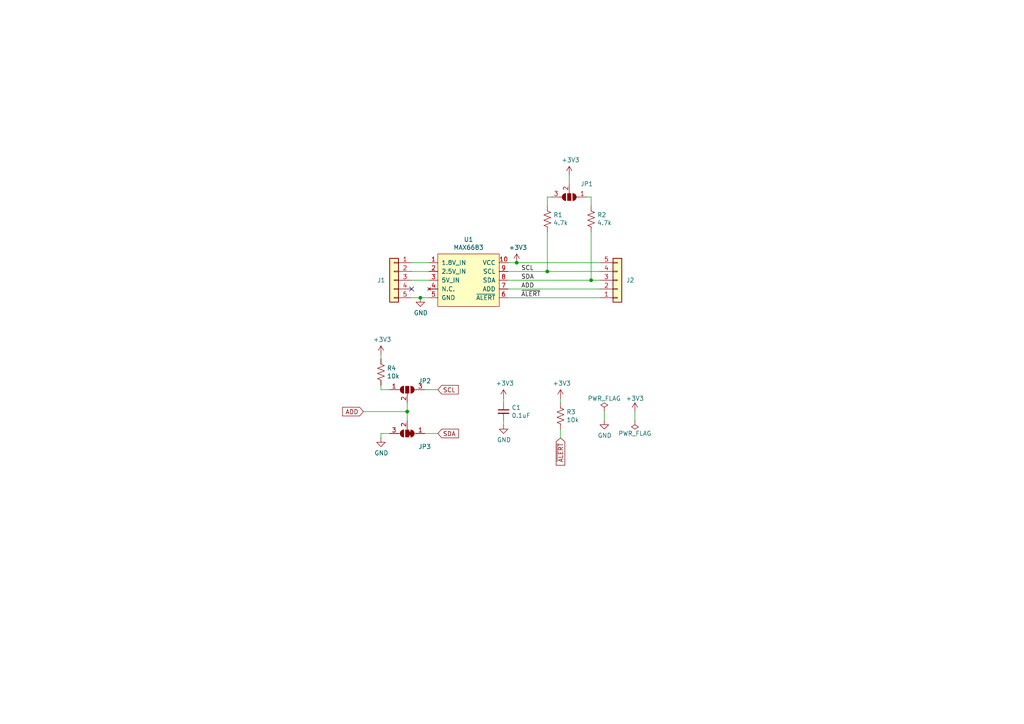
<source format=kicad_sch>
(kicad_sch (version 20211123) (generator eeschema)
  (paper "A4")
  (lib_symbols
    (symbol "Connector_Generic:Conn_01x05" (pin_names (offset 1.016) hide)
      (property "Reference" "J" (at 0 7.62 0))
      (property "Value" "Conn_01x05" (at 0 -7.62 0))
      (symbol "Conn_01x05_1_1"
        (rectangle (start -1.27 -4.953) (end 0 -5.207) (stroke (width 0.1524)))
        (rectangle (start -1.27 -2.413) (end 0 -2.667) (stroke (width 0.1524)))
        (rectangle (start -1.27 0.127) (end 0 -0.127) (stroke (width 0.1524)))
        (rectangle (start -1.27 2.667) (end 0 2.413) (stroke (width 0.1524)))
        (rectangle (start -1.27 5.207) (end 0 4.953) (stroke (width 0.1524)))
        (rectangle (start -1.27 6.35) (end 1.27 -6.35) (stroke (width 0.254)) (fill (type background)))
        (pin passive line (at -5.08 5.08 0) (length 3.81) (name "Pin_1") (number "1"))
        (pin passive line (at -5.08 2.54 0) (length 3.81) (name "Pin_2") (number "2"))
        (pin passive line (at -5.08 0 0) (length 3.81) (name "Pin_3") (number "3"))
        (pin passive line (at -5.08 -2.54 0) (length 3.81) (name "Pin_4") (number "4"))
        (pin passive line (at -5.08 -5.08 0) (length 3.81) (name "Pin_5") (number "5"))
      )
    )
    (symbol "Device:C_Small" (pin_numbers hide) (pin_names (offset 0.254) hide)
      (property "Reference" "C" (at 0.254 1.778 0))
      (property "Value" "C_Small" (at 0.254 -2.032 0))
      (symbol "C_Small_0_1"
        (polyline (pts (xy -1.524 -0.508) (xy 1.524 -0.508)) (stroke (width 0.3302)))
        (polyline (pts (xy -1.524 0.508) (xy 1.524 0.508)) (stroke (width 0.3048)))
      )
      (symbol "C_Small_1_1"
        (pin passive line (at 0 2.54 270) (length 2.032) (name "~") (number "1"))
        (pin passive line (at 0 -2.54 90) (length 2.032) (name "~") (number "2"))
      )
    )
    (symbol "Device:R_US" (pin_numbers hide) (pin_names (offset 0))
      (property "Reference" "R" (at 2.54 0 90))
      (property "Value" "R_US" (at -2.54 0 90))
      (symbol "R_US_0_1"
        (polyline (pts (xy 0 -2.286) (xy 0 -2.54)))
        (polyline (pts (xy 0 2.286) (xy 0 2.54)))
        (polyline (pts (xy 0 -0.762) (xy 1.016 -1.143) (xy 0 -1.524) (xy -1.016 -1.905) (xy 0 -2.286)))
        (polyline (pts (xy 0 0.762) (xy 1.016 0.381) (xy 0 0) (xy -1.016 -0.381) (xy 0 -0.762)))
        (polyline (pts (xy 0 2.286) (xy 1.016 1.905) (xy 0 1.524) (xy -1.016 1.143) (xy 0 0.762)))
      )
      (symbol "R_US_1_1"
        (pin passive line (at 0 3.81 270) (length 1.27) (name "~") (number "1"))
        (pin passive line (at 0 -3.81 90) (length 1.27) (name "~") (number "2"))
      )
    )
    (symbol "Jumper:SolderJumper_3_Bridged12" (pin_names (offset 0) hide)
      (property "Reference" "JP" (at -2.54 -2.54 0))
      (property "Value" "SolderJumper_3_Bridged12" (at 0 2.794 0))
      (symbol "SolderJumper_3_Bridged12_0_1"
        (rectangle (start -1.016 0.508) (end -0.508 -0.508) (fill (type outline)))
        (arc (start -1.016 1.016) (mid -2.032 0) (end -1.016 -1.016))
        (arc (start -1.016 1.016) (mid -2.032 0) (end -1.016 -1.016) (fill (type outline)))
        (rectangle (start -0.508 1.016) (end 0.508 -1.016) (fill (type outline)))
        (polyline (pts (xy -2.54 0) (xy -2.032 0)))
        (polyline (pts (xy -1.016 1.016) (xy -1.016 -1.016)))
        (polyline (pts (xy 0 -1.27) (xy 0 -1.016)))
        (polyline (pts (xy 1.016 1.016) (xy 1.016 -1.016)))
        (polyline (pts (xy 2.54 0) (xy 2.032 0)))
        (arc (start 1.016 -1.016) (mid 2.032 0) (end 1.016 1.016))
        (arc (start 1.016 -1.016) (mid 2.032 0) (end 1.016 1.016) (fill (type outline)))
      )
      (symbol "SolderJumper_3_Bridged12_1_1"
        (pin passive line (at -5.08 0 0) (length 2.54) (name "A") (number "1"))
        (pin passive line (at 0 -3.81 90) (length 2.54) (name "C") (number "2"))
        (pin passive line (at 5.08 0 180) (length 2.54) (name "B") (number "3"))
      )
    )
    (symbol "Jumper:SolderJumper_3_Open" (pin_names (offset 0) hide)
      (property "Reference" "JP" (at -2.54 -2.54 0))
      (property "Value" "SolderJumper_3_Open" (at 0 2.794 0))
      (symbol "SolderJumper_3_Open_0_1"
        (arc (start -1.016 1.016) (mid -2.032 0) (end -1.016 -1.016))
        (arc (start -1.016 1.016) (mid -2.032 0) (end -1.016 -1.016) (fill (type outline)))
        (rectangle (start -0.508 1.016) (end 0.508 -1.016) (fill (type outline)))
        (polyline (pts (xy -2.54 0) (xy -2.032 0)))
        (polyline (pts (xy -1.016 1.016) (xy -1.016 -1.016)))
        (polyline (pts (xy 0 -1.27) (xy 0 -1.016)))
        (polyline (pts (xy 1.016 1.016) (xy 1.016 -1.016)))
        (polyline (pts (xy 2.54 0) (xy 2.032 0)))
        (arc (start 1.016 -1.016) (mid 2.032 0) (end 1.016 1.016))
        (arc (start 1.016 -1.016) (mid 2.032 0) (end 1.016 1.016) (fill (type outline)))
      )
      (symbol "SolderJumper_3_Open_1_1"
        (pin passive line (at -5.08 0 0) (length 2.54) (name "A") (number "1"))
        (pin passive line (at 0 -3.81 90) (length 2.54) (name "C") (number "2"))
        (pin passive line (at 5.08 0 180) (length 2.54) (name "B") (number "3"))
      )
    )
    (symbol "maxim:MAX6683" (pin_names (offset 1.016))
      (property "Reference" "U" (at 0 8.89 0))
      (property "Value" "MAX6683" (at 0 -8.89 0))
      (symbol "MAX6683_0_1"
        (rectangle (start -8.89 7.62) (end 8.89 -7.62) (fill (type background)))
      )
      (symbol "MAX6683_1_1"
        (pin input line (at -11.43 5.08 0) (length 2.54) (name "1.8V_IN") (number "1"))
        (pin power_in line (at 11.43 5.08 180) (length 2.54) (name "VCC") (number "10"))
        (pin input line (at -11.43 2.54 0) (length 2.54) (name "2.5V_IN") (number "2"))
        (pin input line (at -11.43 0 0) (length 2.54) (name "5V_IN") (number "3"))
        (pin no_connect line (at -11.43 -2.54 0) (length 2.54) (name "N.C.") (number "4"))
        (pin power_in line (at -11.43 -5.08 0) (length 2.54) (name "GND") (number "5"))
        (pin open_collector line (at 11.43 -5.08 180) (length 2.54) (name "~{ALERT}") (number "6"))
        (pin input line (at 11.43 -2.54 180) (length 2.54) (name "ADD") (number "7"))
        (pin bidirectional line (at 11.43 0 180) (length 2.54) (name "SDA") (number "8"))
        (pin bidirectional line (at 11.43 2.54 180) (length 2.54) (name "SCL") (number "9"))
      )
    )
    (symbol "power:+3.3V" (power) (pin_names (offset 0))
      (property "Value" "+3.3V" (at 0 3.556 0))
      (symbol "+3.3V_0_1"
        (polyline (pts (xy -0.762 1.27) (xy 0 2.54)))
        (polyline (pts (xy 0 0) (xy 0 2.54)))
        (polyline (pts (xy 0 2.54) (xy 0.762 1.27)))
      )
      (symbol "+3.3V_1_1"
        (pin power_in line (at 0 0 90) (length 0) hide (name "+3V3") (number "1"))
      )
    )
    (symbol "power:GND" (power) (pin_names (offset 0))
      (property "Value" "GND" (at 0 -3.81 0))
      (symbol "GND_0_1"
        (polyline (pts (xy 0 0) (xy 0 -1.27) (xy 1.27 -1.27) (xy 0 -2.54) (xy -1.27 -1.27) (xy 0 -1.27)))
      )
      (symbol "GND_1_1"
        (pin power_in line (at 0 0 270) (length 0) hide (name "GND") (number "1"))
      )
    )
    (symbol "power:PWR_FLAG" (power) (pin_numbers hide) (pin_names (offset 0) hide)
      (property "Value" "PWR_FLAG" (at 0 3.81 0))
      (symbol "PWR_FLAG_0_0"
        (pin power_out line (at 0 0 90) (length 0) (name "pwr") (number "1"))
      )
      (symbol "PWR_FLAG_0_1"
        (polyline (pts (xy 0 0) (xy 0 1.27) (xy -1.016 1.905) (xy 0 2.54) (xy 1.016 1.905) (xy 0 1.27)))
      )
    )
  )
  (junction (at 118.11 119.38))
  (junction (at 149.86 76.2))
  (junction (at 171.45 81.28))
  (junction (at 158.75 78.74))
  (junction (at 121.92 86.36))
  (no_connect (at 119.38 83.82))
  (wire (pts (xy 147.32 78.74) (xy 158.75 78.74)))
  (wire (pts (xy 171.45 67.31) (xy 171.45 81.28)))
  (wire (pts (xy 119.38 81.28) (xy 124.46 81.28)))
  (wire (pts (xy 175.26 119.38) (xy 175.26 121.92)))
  (wire (pts (xy 158.75 67.31) (xy 158.75 78.74)))
  (wire (pts (xy 146.05 115.57) (xy 146.05 116.84)))
  (wire (pts (xy 121.92 86.36) (xy 124.46 86.36)))
  (wire (pts (xy 171.45 57.15) (xy 171.45 59.69)))
  (wire (pts (xy 170.18 57.15) (xy 171.45 57.15)))
  (wire (pts (xy 146.05 121.92) (xy 146.05 123.19)))
  (wire (pts (xy 147.32 76.2) (xy 149.86 76.2)))
  (wire (pts (xy 123.19 125.73) (xy 127 125.73)))
  (wire (pts (xy 171.45 81.28) (xy 173.99 81.28)))
  (wire (pts (xy 110.49 127) (xy 110.49 125.73)))
  (wire (pts (xy 119.38 76.2) (xy 124.46 76.2)))
  (wire (pts (xy 162.56 124.46) (xy 162.56 127)))
  (wire (pts (xy 118.11 116.84) (xy 118.11 119.38)))
  (wire (pts (xy 105.41 119.38) (xy 118.11 119.38)))
  (wire (pts (xy 160.02 57.15) (xy 158.75 57.15)))
  (wire (pts (xy 162.56 115.57) (xy 162.56 116.84)))
  (wire (pts (xy 110.49 111.76) (xy 110.49 113.03)))
  (wire (pts (xy 147.32 86.36) (xy 173.99 86.36)))
  (wire (pts (xy 158.75 78.74) (xy 173.99 78.74)))
  (wire (pts (xy 118.11 119.38) (xy 118.11 121.92)))
  (wire (pts (xy 123.19 113.03) (xy 127 113.03)))
  (wire (pts (xy 184.15 119.38) (xy 184.15 121.92)))
  (wire (pts (xy 110.49 113.03) (xy 113.03 113.03)))
  (wire (pts (xy 119.38 86.36) (xy 121.92 86.36)))
  (wire (pts (xy 119.38 78.74) (xy 124.46 78.74)))
  (wire (pts (xy 110.49 125.73) (xy 113.03 125.73)))
  (wire (pts (xy 149.86 76.2) (xy 173.99 76.2)))
  (wire (pts (xy 158.75 57.15) (xy 158.75 59.69)))
  (wire (pts (xy 110.49 102.87) (xy 110.49 104.14)))
  (wire (pts (xy 165.1 50.8) (xy 165.1 53.34)))
  (wire (pts (xy 147.32 83.82) (xy 173.99 83.82)))
  (wire (pts (xy 147.32 81.28) (xy 171.45 81.28)))
  (label "~{ALERT}" (at 151.13 86.36 0))
  (label "SCL" (at 151.13 78.74 0))
  (label "ADD" (at 151.13 83.82 0))
  (label "SDA" (at 151.13 81.28 0))
  (global_label "SCL" (shape input) (at 127 113.03 0) (property "Intersheet References" "${INTERSHEET_REFS}" (effects hide)))
  (global_label "SDA" (shape input) (at 127 125.73 0) (property "Intersheet References" "${INTERSHEET_REFS}" (effects hide)))
  (global_label "ADD" (shape input) (at 105.41 119.38 180) (property "Intersheet References" "${INTERSHEET_REFS}" (effects hide)))
  (global_label "~{ALERT}" (shape input) (at 162.56 127 270) (property "Intersheet References" "${INTERSHEET_REFS}" (effects hide)))
  (symbol (lib_id "maxim:MAX6683") (at 135.89 81.28 0) (unit 1)
    (property "Reference" "U1" (at 135.89 69.469 0))
    (property "Value" "MAX6683" (at 135.89 71.7804 0))
    (property "Footprint" "Package_SO:MSOP-10_3x3mm_P0.5mm" (effects hide))
    (property "Datasheet" "https://datasheets.maximintegrated.com/en/ds/MAX6683.pdf" (effects hide))
    (property "Part Number" "MAX6683AUB" (effects hide))
    (property "Manufacturer" "Maxim Integrated" (effects hide))
  )
  (symbol (lib_id "Connector_Generic:Conn_01x05") (at 179.07 81.28 0) (mirror x) (unit 1)
    (property "Reference" "J2" (at 181.61 81.28 0) (effects (justify left)))
    (property "Value" "Conn_01x05" (effects hide))
    (property "Footprint" "Connector_PinHeader_2.54mm:PinHeader_1x05_P2.54mm_Vertical" (effects hide))
    (property "Datasheet" "https://www.molex.com/pdm_docs/sd/022102051_sd.pdf" (effects hide))
  )
  (symbol (lib_id "Device:R_US") (at 158.75 63.5 0) (unit 1)
    (property "Reference" "R1" (at 160.4772 62.3316 0) (effects (justify left)))
    (property "Value" "4.7k" (at 160.4772 64.643 0) (effects (justify left)))
    (property "Footprint" "Resistor_SMD:R_0603_1608Metric" (effects hide))
    (property "Datasheet" "https://industrial.panasonic.com/cdbs/www-data/pdf/RDA0000/AOA0000C304.pdf" (effects hide))
    (property "Part Number" "ERJ-3EKF4701V" (effects hide))
    (property "Manufacturer" "Panasonic" (effects hide))
  )
  (symbol (lib_id "power:+3.3V") (at 165.1 50.8 0) (unit 1)
    (property "Reference" "#PWR0101" (effects hide))
    (property "Value" "+3.3V" (at 165.481 46.4058 0))
  )
  (symbol (lib_id "power:+3.3V") (at 149.86 76.2 0) (unit 1)
    (property "Reference" "#PWR0102" (effects hide))
    (property "Value" "+3.3V" (at 150.241 71.8058 0))
  )
  (symbol (lib_id "power:GND") (at 121.92 86.36 0) (unit 1)
    (property "Reference" "#PWR0103" (effects hide))
    (property "Value" "GND" (at 122.047 90.7542 0))
  )
  (symbol (lib_id "Connector_Generic:Conn_01x05") (at 114.3 81.28 0) (mirror y) (unit 1)
    (property "Reference" "J1" (at 111.76 81.28 0) (effects (justify left)))
    (property "Value" "Conn_01x05" (effects hide))
    (property "Footprint" "Connector_PinHeader_2.54mm:PinHeader_1x05_P2.54mm_Vertical" (effects hide))
    (property "Datasheet" "https://www.molex.com/pdm_docs/sd/022102051_sd.pdf" (effects hide))
  )
  (symbol (lib_id "power:GND") (at 110.49 127 0) (unit 1)
    (property "Reference" "#PWR0104" (effects hide))
    (property "Value" "GND" (at 110.617 131.3942 0))
  )
  (symbol (lib_id "Device:C_Small") (at 146.05 119.38 0) (unit 1)
    (property "Reference" "C1" (at 148.3868 118.2116 0) (effects (justify left)))
    (property "Value" "0.1uF" (at 148.3868 120.523 0) (effects (justify left)))
    (property "Footprint" "Resistor_SMD:R_0805_2012Metric" (effects hide))
    (property "Datasheet" "https://www.yageo.com/upload/media/product/productsearch/datasheet/mlcc/UPY-GPHC_X7R_6.3V-to-50V_20.pdf" (effects hide))
    (property "Part Number" "CC0805KRX7R9BB104" (effects hide))
    (property "Manufacturer" "Yageo" (effects hide))
  )
  (symbol (lib_id "power:+3.3V") (at 146.05 115.57 0) (unit 1)
    (property "Reference" "#PWR0105" (effects hide))
    (property "Value" "+3.3V" (at 146.431 111.1758 0))
  )
  (symbol (lib_id "power:GND") (at 146.05 123.19 0) (unit 1)
    (property "Reference" "#PWR0106" (effects hide))
    (property "Value" "GND" (at 146.177 127.5842 0))
  )
  (symbol (lib_id "power:+3.3V") (at 162.56 115.57 0) (unit 1)
    (property "Reference" "#PWR0107" (effects hide))
    (property "Value" "+3.3V" (at 162.941 111.1758 0))
  )
  (symbol (lib_id "power:+3.3V") (at 110.49 102.87 0) (unit 1)
    (property "Reference" "#PWR0108" (effects hide))
    (property "Value" "+3.3V" (at 110.871 98.4758 0))
  )
  (symbol (lib_id "Device:R_US") (at 171.45 63.5 0) (unit 1)
    (property "Reference" "R2" (at 173.1772 62.3316 0) (effects (justify left)))
    (property "Value" "4.7k" (at 173.1772 64.643 0) (effects (justify left)))
    (property "Footprint" "Resistor_SMD:R_0603_1608Metric" (effects hide))
    (property "Datasheet" "https://industrial.panasonic.com/cdbs/www-data/pdf/RDA0000/AOA0000C304.pdf" (effects hide))
    (property "Part Number" "ERJ-3EKF4701V" (effects hide))
    (property "Manufacturer" "Panasonic" (effects hide))
  )
  (symbol (lib_id "Device:R_US") (at 162.56 120.65 0) (unit 1)
    (property "Reference" "R3" (at 164.2872 119.4816 0) (effects (justify left)))
    (property "Value" "10k" (at 164.2872 121.793 0) (effects (justify left)))
    (property "Footprint" "Resistor_SMD:R_0603_1608Metric" (effects hide))
    (property "Datasheet" "https://industrial.panasonic.com/cdbs/www-data/pdf/RDA0000/AOA0000C304.pdf" (effects hide))
    (property "Part Number" "ERJ-3EKF1002V" (effects hide))
    (property "Manufacturer" "Panasonic" (effects hide))
  )
  (symbol (lib_id "Device:R_US") (at 110.49 107.95 0) (unit 1)
    (property "Reference" "R4" (at 112.2172 106.7816 0) (effects (justify left)))
    (property "Value" "10k" (at 112.2172 109.093 0) (effects (justify left)))
    (property "Footprint" "Resistor_SMD:R_0603_1608Metric" (effects hide))
    (property "Datasheet" "https://industrial.panasonic.com/cdbs/www-data/pdf/RDA0000/AOA0000C304.pdf" (effects hide))
    (property "Part Number" "ERJ-3EKF1002V" (effects hide))
    (property "Manufacturer" "Panasonic" (effects hide))
  )
  (symbol (lib_id "Jumper:SolderJumper_3_Bridged12") (at 118.11 125.73 180) (unit 1)
    (property "Reference" "JP3" (at 123.19 129.54 0))
    (property "Value" "SolderJumper_3_Bridged12" (effects hide))
    (property "Footprint" "Jumper:SolderJumper-3_P1.3mm_Bridged12_RoundedPad1.0x1.5mm" (effects hide))
  )
  (symbol (lib_id "power:GND") (at 175.26 121.92 0) (unit 1)
    (property "Reference" "#PWR01" (effects hide))
    (property "Value" "GND" (at 175.387 126.3142 0))
  )
  (symbol (lib_id "power:+3.3V") (at 184.15 119.38 0) (unit 1)
    (property "Reference" "#PWR02" (effects hide))
    (property "Value" "+3.3V" (at 184.15 115.57 0))
  )
  (symbol (lib_id "power:PWR_FLAG") (at 175.26 119.38 0) (unit 1)
    (property "Reference" "#FLG01" (effects hide))
    (property "Value" "PWR_FLAG" (at 175.26 115.57 0))
  )
  (symbol (lib_id "power:PWR_FLAG") (at 184.15 121.92 180) (unit 1)
    (property "Reference" "#FLG02" (effects hide))
    (property "Value" "PWR_FLAG" (at 184.15 125.73 0))
  )
  (symbol (lib_id "Jumper:SolderJumper_3_Open") (at 118.11 113.03 0) (unit 1)
    (property "Reference" "JP2" (at 123.19 110.49 0))
    (property "Value" "SolderJumper_3_Open" (effects hide))
    (property "Footprint" "Jumper:SolderJumper-3_P1.3mm_Open_RoundedPad1.0x1.5mm" (effects hide))
  )
  (symbol (lib_id "Jumper:SolderJumper_3_Open") (at 165.1 57.15 180) (unit 1)
    (property "Reference" "JP1" (at 170.18 53.34 0))
    (property "Value" "SolderJumper_3_Open" (effects hide))
    (property "Footprint" "Jumper:SolderJumper-3_P1.3mm_Open_RoundedPad1.0x1.5mm" (effects hide))
  )
)
</source>
